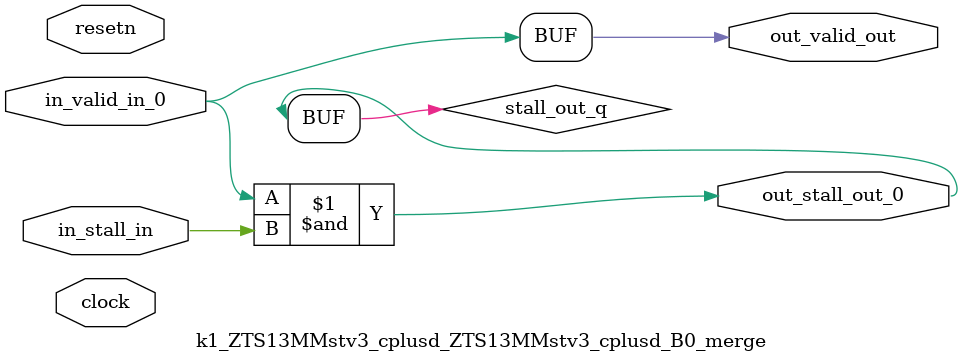
<source format=sv>



(* altera_attribute = "-name AUTO_SHIFT_REGISTER_RECOGNITION OFF; -name MESSAGE_DISABLE 10036; -name MESSAGE_DISABLE 10037; -name MESSAGE_DISABLE 14130; -name MESSAGE_DISABLE 14320; -name MESSAGE_DISABLE 15400; -name MESSAGE_DISABLE 14130; -name MESSAGE_DISABLE 10036; -name MESSAGE_DISABLE 12020; -name MESSAGE_DISABLE 12030; -name MESSAGE_DISABLE 12010; -name MESSAGE_DISABLE 12110; -name MESSAGE_DISABLE 14320; -name MESSAGE_DISABLE 13410; -name MESSAGE_DISABLE 113007; -name MESSAGE_DISABLE 10958" *)
module k1_ZTS13MMstv3_cplusd_ZTS13MMstv3_cplusd_B0_merge (
    input wire [0:0] in_stall_in,
    input wire [0:0] in_valid_in_0,
    output wire [0:0] out_stall_out_0,
    output wire [0:0] out_valid_out,
    input wire clock,
    input wire resetn
    );

    wire [0:0] stall_out_q;


    // stall_out(LOGICAL,6)
    assign stall_out_q = in_valid_in_0 & in_stall_in;

    // out_stall_out_0(GPOUT,4)
    assign out_stall_out_0 = stall_out_q;

    // out_valid_out(GPOUT,5)
    assign out_valid_out = in_valid_in_0;

endmodule

</source>
